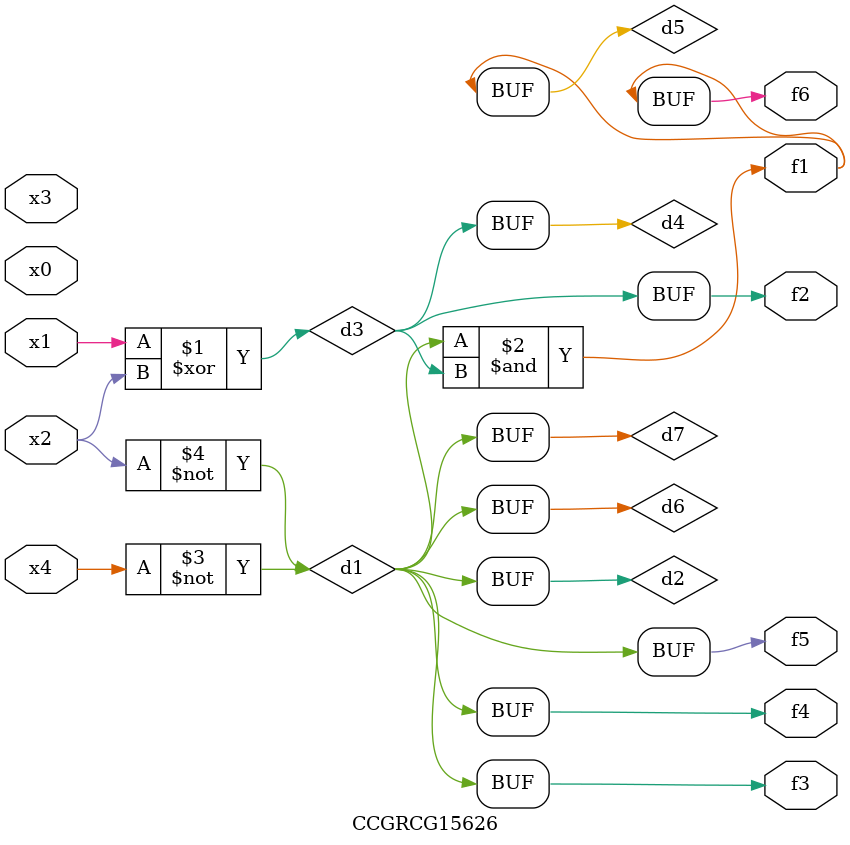
<source format=v>
module CCGRCG15626(
	input x0, x1, x2, x3, x4,
	output f1, f2, f3, f4, f5, f6
);

	wire d1, d2, d3, d4, d5, d6, d7;

	not (d1, x4);
	not (d2, x2);
	xor (d3, x1, x2);
	buf (d4, d3);
	and (d5, d1, d3);
	buf (d6, d1, d2);
	buf (d7, d2);
	assign f1 = d5;
	assign f2 = d4;
	assign f3 = d7;
	assign f4 = d7;
	assign f5 = d7;
	assign f6 = d5;
endmodule

</source>
